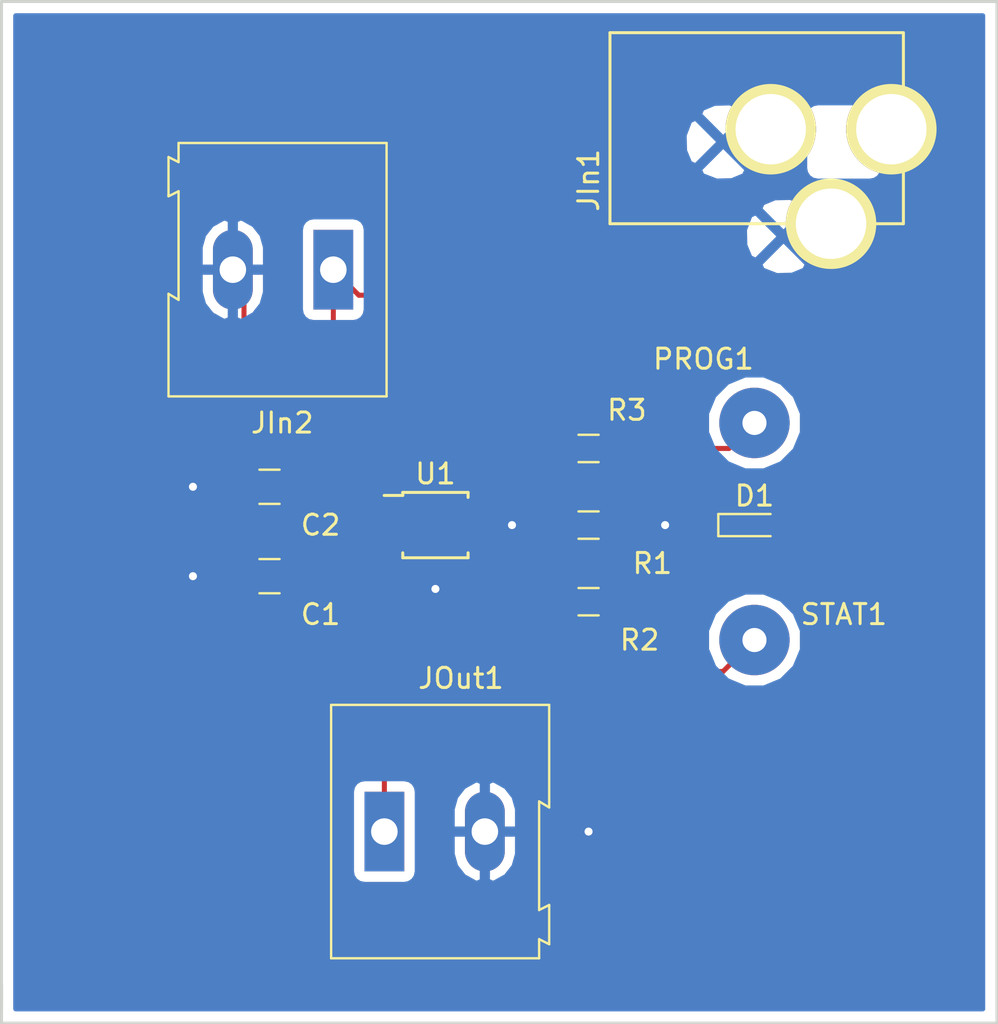
<source format=kicad_pcb>
(kicad_pcb (version 4) (host pcbnew 4.0.7)

  (general
    (links 26)
    (no_connects 0)
    (area 74.854999 76.759999 124.535001 127.710001)
    (thickness 1.6)
    (drawings 6)
    (tracks 62)
    (zones 0)
    (modules 12)
    (nets 9)
  )

  (page A4)
  (layers
    (0 F.Cu signal)
    (31 B.Cu signal hide)
    (32 B.Adhes user)
    (33 F.Adhes user)
    (34 B.Paste user)
    (35 F.Paste user)
    (36 B.SilkS user)
    (37 F.SilkS user)
    (38 B.Mask user)
    (39 F.Mask user)
    (40 Dwgs.User user)
    (41 Cmts.User user)
    (42 Eco1.User user)
    (43 Eco2.User user)
    (44 Edge.Cuts user)
    (45 Margin user)
    (46 B.CrtYd user)
    (47 F.CrtYd user)
    (48 B.Fab user)
    (49 F.Fab user)
  )

  (setup
    (last_trace_width 0.25)
    (trace_clearance 0.2)
    (zone_clearance 0.508)
    (zone_45_only no)
    (trace_min 0.25)
    (segment_width 0.2)
    (edge_width 0.15)
    (via_size 0.6)
    (via_drill 0.4)
    (via_min_size 0.4)
    (via_min_drill 0.3)
    (uvia_size 0.3)
    (uvia_drill 0.1)
    (uvias_allowed no)
    (uvia_min_size 0.2)
    (uvia_min_drill 0.1)
    (pcb_text_width 0.3)
    (pcb_text_size 1.5 1.5)
    (mod_edge_width 0.15)
    (mod_text_size 1 1)
    (mod_text_width 0.15)
    (pad_size 1.524 1.524)
    (pad_drill 0.762)
    (pad_to_mask_clearance 0.2)
    (aux_axis_origin 0 0)
    (visible_elements 7FFFFFFF)
    (pcbplotparams
      (layerselection 0x00030_80000001)
      (usegerberextensions false)
      (excludeedgelayer true)
      (linewidth 0.100000)
      (plotframeref false)
      (viasonmask false)
      (mode 1)
      (useauxorigin false)
      (hpglpennumber 1)
      (hpglpenspeed 20)
      (hpglpendiameter 15)
      (hpglpenoverlay 2)
      (psnegative false)
      (psa4output false)
      (plotreference true)
      (plotvalue true)
      (plotinvisibletext false)
      (padsonsilk false)
      (subtractmaskfromsilk false)
      (outputformat 1)
      (mirror false)
      (drillshape 1)
      (scaleselection 1)
      (outputdirectory ""))
  )

  (net 0 "")
  (net 1 "Net-(C1-Pad1)")
  (net 2 GND)
  (net 3 VDD)
  (net 4 "Net-(D1-Pad1)")
  (net 5 "Net-(R1-Pad1)")
  (net 6 "Net-(R2-Pad1)")
  (net 7 "Net-(U1-Pad5)")
  (net 8 "Net-(PROG1-Pad1)")

  (net_class Default "This is the default net class."
    (clearance 0.2)
    (trace_width 0.25)
    (via_dia 0.6)
    (via_drill 0.4)
    (uvia_dia 0.3)
    (uvia_drill 0.1)
    (add_net GND)
    (add_net "Net-(C1-Pad1)")
    (add_net "Net-(D1-Pad1)")
    (add_net "Net-(PROG1-Pad1)")
    (add_net "Net-(R1-Pad1)")
    (add_net "Net-(R2-Pad1)")
    (add_net "Net-(U1-Pad5)")
    (add_net VDD)
  )

  (module Capacitors_SMD:C_0805_HandSoldering (layer F.Cu) (tedit 5A8B9058) (tstamp 5A8B83FC)
    (at 88.265 105.41 180)
    (descr "Capacitor SMD 0805, hand soldering")
    (tags "capacitor 0805")
    (path /5A5FF66F)
    (attr smd)
    (fp_text reference C1 (at -2.54 -1.905 180) (layer F.SilkS)
      (effects (font (size 1 1) (thickness 0.15)))
    )
    (fp_text value 4.7u (at 0.635 -1.905 180) (layer F.Fab)
      (effects (font (size 1 1) (thickness 0.15)))
    )
    (fp_text user %R (at -2.54 -1.905 180) (layer F.Fab)
      (effects (font (size 1 1) (thickness 0.15)))
    )
    (fp_line (start -1 0.62) (end -1 -0.62) (layer F.Fab) (width 0.1))
    (fp_line (start 1 0.62) (end -1 0.62) (layer F.Fab) (width 0.1))
    (fp_line (start 1 -0.62) (end 1 0.62) (layer F.Fab) (width 0.1))
    (fp_line (start -1 -0.62) (end 1 -0.62) (layer F.Fab) (width 0.1))
    (fp_line (start 0.5 -0.85) (end -0.5 -0.85) (layer F.SilkS) (width 0.12))
    (fp_line (start -0.5 0.85) (end 0.5 0.85) (layer F.SilkS) (width 0.12))
    (fp_line (start -2.25 -0.88) (end 2.25 -0.88) (layer F.CrtYd) (width 0.05))
    (fp_line (start -2.25 -0.88) (end -2.25 0.87) (layer F.CrtYd) (width 0.05))
    (fp_line (start 2.25 0.87) (end 2.25 -0.88) (layer F.CrtYd) (width 0.05))
    (fp_line (start 2.25 0.87) (end -2.25 0.87) (layer F.CrtYd) (width 0.05))
    (pad 1 smd rect (at -1.25 0 180) (size 1.5 1.25) (layers F.Cu F.Paste F.Mask)
      (net 1 "Net-(C1-Pad1)"))
    (pad 2 smd rect (at 1.25 0 180) (size 1.5 1.25) (layers F.Cu F.Paste F.Mask)
      (net 2 GND))
    (model Capacitors_SMD.3dshapes/C_0805.wrl
      (at (xyz 0 0 0))
      (scale (xyz 1 1 1))
      (rotate (xyz 0 0 0))
    )
  )

  (module Capacitors_SMD:C_0805_HandSoldering (layer F.Cu) (tedit 5A8B9064) (tstamp 5A8B8402)
    (at 88.265 100.965 180)
    (descr "Capacitor SMD 0805, hand soldering")
    (tags "capacitor 0805")
    (path /5A5FF651)
    (attr smd)
    (fp_text reference C2 (at -2.54 -1.905 180) (layer F.SilkS)
      (effects (font (size 1 1) (thickness 0.15)))
    )
    (fp_text value 4.7u (at 0.635 -1.905 180) (layer F.Fab)
      (effects (font (size 1 1) (thickness 0.15)))
    )
    (fp_text user %R (at -2.54 -1.905 180) (layer F.Fab)
      (effects (font (size 1 1) (thickness 0.15)))
    )
    (fp_line (start -1 0.62) (end -1 -0.62) (layer F.Fab) (width 0.1))
    (fp_line (start 1 0.62) (end -1 0.62) (layer F.Fab) (width 0.1))
    (fp_line (start 1 -0.62) (end 1 0.62) (layer F.Fab) (width 0.1))
    (fp_line (start -1 -0.62) (end 1 -0.62) (layer F.Fab) (width 0.1))
    (fp_line (start 0.5 -0.85) (end -0.5 -0.85) (layer F.SilkS) (width 0.12))
    (fp_line (start -0.5 0.85) (end 0.5 0.85) (layer F.SilkS) (width 0.12))
    (fp_line (start -2.25 -0.88) (end 2.25 -0.88) (layer F.CrtYd) (width 0.05))
    (fp_line (start -2.25 -0.88) (end -2.25 0.87) (layer F.CrtYd) (width 0.05))
    (fp_line (start 2.25 0.87) (end 2.25 -0.88) (layer F.CrtYd) (width 0.05))
    (fp_line (start 2.25 0.87) (end -2.25 0.87) (layer F.CrtYd) (width 0.05))
    (pad 1 smd rect (at -1.25 0 180) (size 1.5 1.25) (layers F.Cu F.Paste F.Mask)
      (net 3 VDD))
    (pad 2 smd rect (at 1.25 0 180) (size 1.5 1.25) (layers F.Cu F.Paste F.Mask)
      (net 2 GND))
    (model Capacitors_SMD.3dshapes/C_0805.wrl
      (at (xyz 0 0 0))
      (scale (xyz 1 1 1))
      (rotate (xyz 0 0 0))
    )
  )

  (module LEDs:LED_0603_HandSoldering (layer F.Cu) (tedit 595FC9C0) (tstamp 5A8B8408)
    (at 112.395 102.87)
    (descr "LED SMD 0603, hand soldering")
    (tags "LED 0603")
    (path /5A5FFAC4)
    (attr smd)
    (fp_text reference D1 (at 0 -1.45) (layer F.SilkS)
      (effects (font (size 1 1) (thickness 0.15)))
    )
    (fp_text value LED (at 0 1.55) (layer F.Fab)
      (effects (font (size 1 1) (thickness 0.15)))
    )
    (fp_line (start -1.8 -0.55) (end -1.8 0.55) (layer F.SilkS) (width 0.12))
    (fp_line (start -0.2 -0.2) (end -0.2 0.2) (layer F.Fab) (width 0.1))
    (fp_line (start -0.15 0) (end 0.15 -0.2) (layer F.Fab) (width 0.1))
    (fp_line (start 0.15 0.2) (end -0.15 0) (layer F.Fab) (width 0.1))
    (fp_line (start 0.15 -0.2) (end 0.15 0.2) (layer F.Fab) (width 0.1))
    (fp_line (start 0.8 0.4) (end -0.8 0.4) (layer F.Fab) (width 0.1))
    (fp_line (start 0.8 -0.4) (end 0.8 0.4) (layer F.Fab) (width 0.1))
    (fp_line (start -0.8 -0.4) (end 0.8 -0.4) (layer F.Fab) (width 0.1))
    (fp_line (start -1.8 0.55) (end 0.8 0.55) (layer F.SilkS) (width 0.12))
    (fp_line (start -1.8 -0.55) (end 0.8 -0.55) (layer F.SilkS) (width 0.12))
    (fp_line (start -1.96 -0.7) (end 1.95 -0.7) (layer F.CrtYd) (width 0.05))
    (fp_line (start -1.96 -0.7) (end -1.96 0.7) (layer F.CrtYd) (width 0.05))
    (fp_line (start 1.95 0.7) (end 1.95 -0.7) (layer F.CrtYd) (width 0.05))
    (fp_line (start 1.95 0.7) (end -1.96 0.7) (layer F.CrtYd) (width 0.05))
    (fp_line (start -0.8 -0.4) (end -0.8 0.4) (layer F.Fab) (width 0.1))
    (pad 1 smd rect (at -1.1 0) (size 1.2 0.9) (layers F.Cu F.Paste F.Mask)
      (net 4 "Net-(D1-Pad1)"))
    (pad 2 smd rect (at 1.1 0) (size 1.2 0.9) (layers F.Cu F.Paste F.Mask)
      (net 3 VDD))
    (model ${KISYS3DMOD}/LEDs.3dshapes/LED_0603.wrl
      (at (xyz 0 0 0))
      (scale (xyz 1 1 1))
      (rotate (xyz 0 0 180))
    )
  )

  (module Connectors_Terminal_Blocks:TerminalBlock_Altech_AK300-2_P5.00mm (layer F.Cu) (tedit 5A8B909B) (tstamp 5A8B8415)
    (at 91.44 90.17 180)
    (descr "Altech AK300 terminal block, pitch 5.0mm, 45 degree angled, see http://www.mouser.com/ds/2/16/PCBMETRC-24178.pdf")
    (tags "Altech AK300 terminal block pitch 5.0mm")
    (path /5A8B7334)
    (fp_text reference JIn2 (at 2.54 -7.62 180) (layer F.SilkS)
      (effects (font (size 1 1) (thickness 0.15)))
    )
    (fp_text value "Input Terms." (at 2.78 7.75 180) (layer F.Fab)
      (effects (font (size 1 1) (thickness 0.15)))
    )
    (fp_text user %R (at 2.54 -7.62 180) (layer F.Fab)
      (effects (font (size 1 1) (thickness 0.15)))
    )
    (fp_line (start -2.65 -6.3) (end -2.65 6.3) (layer F.SilkS) (width 0.12))
    (fp_line (start -2.65 6.3) (end 7.7 6.3) (layer F.SilkS) (width 0.12))
    (fp_line (start 7.7 6.3) (end 7.7 5.35) (layer F.SilkS) (width 0.12))
    (fp_line (start 7.7 5.35) (end 8.2 5.6) (layer F.SilkS) (width 0.12))
    (fp_line (start 8.2 5.6) (end 8.2 3.7) (layer F.SilkS) (width 0.12))
    (fp_line (start 8.2 3.7) (end 8.2 3.65) (layer F.SilkS) (width 0.12))
    (fp_line (start 8.2 3.65) (end 7.7 3.9) (layer F.SilkS) (width 0.12))
    (fp_line (start 7.7 3.9) (end 7.7 -1.5) (layer F.SilkS) (width 0.12))
    (fp_line (start 7.7 -1.5) (end 8.2 -1.2) (layer F.SilkS) (width 0.12))
    (fp_line (start 8.2 -1.2) (end 8.2 -6.3) (layer F.SilkS) (width 0.12))
    (fp_line (start 8.2 -6.3) (end -2.65 -6.3) (layer F.SilkS) (width 0.12))
    (fp_line (start -1.26 2.54) (end 1.28 2.54) (layer F.Fab) (width 0.1))
    (fp_line (start 1.28 2.54) (end 1.28 -0.25) (layer F.Fab) (width 0.1))
    (fp_line (start -1.26 -0.25) (end 1.28 -0.25) (layer F.Fab) (width 0.1))
    (fp_line (start -1.26 2.54) (end -1.26 -0.25) (layer F.Fab) (width 0.1))
    (fp_line (start 3.74 2.54) (end 6.28 2.54) (layer F.Fab) (width 0.1))
    (fp_line (start 6.28 2.54) (end 6.28 -0.25) (layer F.Fab) (width 0.1))
    (fp_line (start 3.74 -0.25) (end 6.28 -0.25) (layer F.Fab) (width 0.1))
    (fp_line (start 3.74 2.54) (end 3.74 -0.25) (layer F.Fab) (width 0.1))
    (fp_line (start 7.61 -6.22) (end 7.61 -3.17) (layer F.Fab) (width 0.1))
    (fp_line (start 7.61 -6.22) (end -2.58 -6.22) (layer F.Fab) (width 0.1))
    (fp_line (start 7.61 -6.22) (end 8.11 -6.22) (layer F.Fab) (width 0.1))
    (fp_line (start 8.11 -6.22) (end 8.11 -1.4) (layer F.Fab) (width 0.1))
    (fp_line (start 8.11 -1.4) (end 7.61 -1.65) (layer F.Fab) (width 0.1))
    (fp_line (start 8.11 5.46) (end 7.61 5.21) (layer F.Fab) (width 0.1))
    (fp_line (start 7.61 5.21) (end 7.61 6.22) (layer F.Fab) (width 0.1))
    (fp_line (start 8.11 3.81) (end 7.61 4.06) (layer F.Fab) (width 0.1))
    (fp_line (start 7.61 4.06) (end 7.61 5.21) (layer F.Fab) (width 0.1))
    (fp_line (start 8.11 3.81) (end 8.11 5.46) (layer F.Fab) (width 0.1))
    (fp_line (start 2.98 6.22) (end 2.98 4.32) (layer F.Fab) (width 0.1))
    (fp_line (start 7.05 -0.25) (end 7.05 4.32) (layer F.Fab) (width 0.1))
    (fp_line (start 2.98 6.22) (end 7.05 6.22) (layer F.Fab) (width 0.1))
    (fp_line (start 7.05 6.22) (end 7.61 6.22) (layer F.Fab) (width 0.1))
    (fp_line (start 2.04 6.22) (end 2.04 4.32) (layer F.Fab) (width 0.1))
    (fp_line (start 2.04 6.22) (end 2.98 6.22) (layer F.Fab) (width 0.1))
    (fp_line (start -2.02 -0.25) (end -2.02 4.32) (layer F.Fab) (width 0.1))
    (fp_line (start -2.58 6.22) (end -2.02 6.22) (layer F.Fab) (width 0.1))
    (fp_line (start -2.02 6.22) (end 2.04 6.22) (layer F.Fab) (width 0.1))
    (fp_line (start 2.98 4.32) (end 7.05 4.32) (layer F.Fab) (width 0.1))
    (fp_line (start 2.98 4.32) (end 2.98 -0.25) (layer F.Fab) (width 0.1))
    (fp_line (start 7.05 4.32) (end 7.05 6.22) (layer F.Fab) (width 0.1))
    (fp_line (start 2.04 4.32) (end -2.02 4.32) (layer F.Fab) (width 0.1))
    (fp_line (start 2.04 4.32) (end 2.04 -0.25) (layer F.Fab) (width 0.1))
    (fp_line (start -2.02 4.32) (end -2.02 6.22) (layer F.Fab) (width 0.1))
    (fp_line (start 6.67 3.68) (end 6.67 0.51) (layer F.Fab) (width 0.1))
    (fp_line (start 6.67 3.68) (end 3.36 3.68) (layer F.Fab) (width 0.1))
    (fp_line (start 3.36 3.68) (end 3.36 0.51) (layer F.Fab) (width 0.1))
    (fp_line (start 1.66 3.68) (end 1.66 0.51) (layer F.Fab) (width 0.1))
    (fp_line (start 1.66 3.68) (end -1.64 3.68) (layer F.Fab) (width 0.1))
    (fp_line (start -1.64 3.68) (end -1.64 0.51) (layer F.Fab) (width 0.1))
    (fp_line (start -1.64 0.51) (end -1.26 0.51) (layer F.Fab) (width 0.1))
    (fp_line (start 1.66 0.51) (end 1.28 0.51) (layer F.Fab) (width 0.1))
    (fp_line (start 3.36 0.51) (end 3.74 0.51) (layer F.Fab) (width 0.1))
    (fp_line (start 6.67 0.51) (end 6.28 0.51) (layer F.Fab) (width 0.1))
    (fp_line (start -2.58 6.22) (end -2.58 -0.64) (layer F.Fab) (width 0.1))
    (fp_line (start -2.58 -0.64) (end -2.58 -3.17) (layer F.Fab) (width 0.1))
    (fp_line (start 7.61 -1.65) (end 7.61 -0.64) (layer F.Fab) (width 0.1))
    (fp_line (start 7.61 -0.64) (end 7.61 4.06) (layer F.Fab) (width 0.1))
    (fp_line (start -2.58 -3.17) (end 7.61 -3.17) (layer F.Fab) (width 0.1))
    (fp_line (start -2.58 -3.17) (end -2.58 -6.22) (layer F.Fab) (width 0.1))
    (fp_line (start 7.61 -3.17) (end 7.61 -1.65) (layer F.Fab) (width 0.1))
    (fp_line (start 2.98 -3.43) (end 2.98 -5.97) (layer F.Fab) (width 0.1))
    (fp_line (start 2.98 -5.97) (end 7.05 -5.97) (layer F.Fab) (width 0.1))
    (fp_line (start 7.05 -5.97) (end 7.05 -3.43) (layer F.Fab) (width 0.1))
    (fp_line (start 7.05 -3.43) (end 2.98 -3.43) (layer F.Fab) (width 0.1))
    (fp_line (start 2.04 -3.43) (end 2.04 -5.97) (layer F.Fab) (width 0.1))
    (fp_line (start 2.04 -3.43) (end -2.02 -3.43) (layer F.Fab) (width 0.1))
    (fp_line (start -2.02 -3.43) (end -2.02 -5.97) (layer F.Fab) (width 0.1))
    (fp_line (start 2.04 -5.97) (end -2.02 -5.97) (layer F.Fab) (width 0.1))
    (fp_line (start 3.39 -4.45) (end 6.44 -5.08) (layer F.Fab) (width 0.1))
    (fp_line (start 3.52 -4.32) (end 6.56 -4.95) (layer F.Fab) (width 0.1))
    (fp_line (start -1.62 -4.45) (end 1.44 -5.08) (layer F.Fab) (width 0.1))
    (fp_line (start -1.49 -4.32) (end 1.56 -4.95) (layer F.Fab) (width 0.1))
    (fp_line (start -2.02 -0.25) (end -1.64 -0.25) (layer F.Fab) (width 0.1))
    (fp_line (start 2.04 -0.25) (end 1.66 -0.25) (layer F.Fab) (width 0.1))
    (fp_line (start 1.66 -0.25) (end -1.64 -0.25) (layer F.Fab) (width 0.1))
    (fp_line (start -2.58 -0.64) (end -1.64 -0.64) (layer F.Fab) (width 0.1))
    (fp_line (start -1.64 -0.64) (end 1.66 -0.64) (layer F.Fab) (width 0.1))
    (fp_line (start 1.66 -0.64) (end 3.36 -0.64) (layer F.Fab) (width 0.1))
    (fp_line (start 7.61 -0.64) (end 6.67 -0.64) (layer F.Fab) (width 0.1))
    (fp_line (start 6.67 -0.64) (end 3.36 -0.64) (layer F.Fab) (width 0.1))
    (fp_line (start 7.05 -0.25) (end 6.67 -0.25) (layer F.Fab) (width 0.1))
    (fp_line (start 2.98 -0.25) (end 3.36 -0.25) (layer F.Fab) (width 0.1))
    (fp_line (start 3.36 -0.25) (end 6.67 -0.25) (layer F.Fab) (width 0.1))
    (fp_line (start -2.83 -6.47) (end 8.36 -6.47) (layer F.CrtYd) (width 0.05))
    (fp_line (start -2.83 -6.47) (end -2.83 6.47) (layer F.CrtYd) (width 0.05))
    (fp_line (start 8.36 6.47) (end 8.36 -6.47) (layer F.CrtYd) (width 0.05))
    (fp_line (start 8.36 6.47) (end -2.83 6.47) (layer F.CrtYd) (width 0.05))
    (fp_arc (start 6.03 -4.59) (end 6.54 -5.05) (angle 90.5) (layer F.Fab) (width 0.1))
    (fp_arc (start 5.07 -6.07) (end 6.53 -4.12) (angle 75.5) (layer F.Fab) (width 0.1))
    (fp_arc (start 4.99 -3.71) (end 3.39 -5) (angle 100) (layer F.Fab) (width 0.1))
    (fp_arc (start 3.87 -4.65) (end 3.58 -4.13) (angle 104.2) (layer F.Fab) (width 0.1))
    (fp_arc (start 1.03 -4.59) (end 1.53 -5.05) (angle 90.5) (layer F.Fab) (width 0.1))
    (fp_arc (start 0.06 -6.07) (end 1.53 -4.12) (angle 75.5) (layer F.Fab) (width 0.1))
    (fp_arc (start -0.01 -3.71) (end -1.62 -5) (angle 100) (layer F.Fab) (width 0.1))
    (fp_arc (start -1.13 -4.65) (end -1.42 -4.13) (angle 104.2) (layer F.Fab) (width 0.1))
    (pad 1 thru_hole rect (at 0 0 180) (size 1.98 3.96) (drill 1.32) (layers *.Cu *.Mask)
      (net 3 VDD))
    (pad 2 thru_hole oval (at 5 0 180) (size 1.98 3.96) (drill 1.32) (layers *.Cu *.Mask)
      (net 2 GND))
    (model ${KISYS3DMOD}/Terminal_Blocks.3dshapes/TerminalBlock_Altech_AK300-2_P5.00mm.wrl
      (at (xyz 0 0 0))
      (scale (xyz 1 1 1))
      (rotate (xyz 0 0 0))
    )
  )

  (module Connectors_Terminal_Blocks:TerminalBlock_Altech_AK300-2_P5.00mm (layer F.Cu) (tedit 5A8B907A) (tstamp 5A8B841B)
    (at 93.98 118.11)
    (descr "Altech AK300 terminal block, pitch 5.0mm, 45 degree angled, see http://www.mouser.com/ds/2/16/PCBMETRC-24178.pdf")
    (tags "Altech AK300 terminal block pitch 5.0mm")
    (path /5A8B62D4)
    (fp_text reference JOut1 (at 3.81 -7.62) (layer F.SilkS)
      (effects (font (size 1 1) (thickness 0.15)))
    )
    (fp_text value Bat.Terms. (at 2.78 7.75) (layer F.Fab)
      (effects (font (size 1 1) (thickness 0.15)))
    )
    (fp_text user %R (at 3.81 -7.62) (layer F.Fab)
      (effects (font (size 1 1) (thickness 0.15)))
    )
    (fp_line (start -2.65 -6.3) (end -2.65 6.3) (layer F.SilkS) (width 0.12))
    (fp_line (start -2.65 6.3) (end 7.7 6.3) (layer F.SilkS) (width 0.12))
    (fp_line (start 7.7 6.3) (end 7.7 5.35) (layer F.SilkS) (width 0.12))
    (fp_line (start 7.7 5.35) (end 8.2 5.6) (layer F.SilkS) (width 0.12))
    (fp_line (start 8.2 5.6) (end 8.2 3.7) (layer F.SilkS) (width 0.12))
    (fp_line (start 8.2 3.7) (end 8.2 3.65) (layer F.SilkS) (width 0.12))
    (fp_line (start 8.2 3.65) (end 7.7 3.9) (layer F.SilkS) (width 0.12))
    (fp_line (start 7.7 3.9) (end 7.7 -1.5) (layer F.SilkS) (width 0.12))
    (fp_line (start 7.7 -1.5) (end 8.2 -1.2) (layer F.SilkS) (width 0.12))
    (fp_line (start 8.2 -1.2) (end 8.2 -6.3) (layer F.SilkS) (width 0.12))
    (fp_line (start 8.2 -6.3) (end -2.65 -6.3) (layer F.SilkS) (width 0.12))
    (fp_line (start -1.26 2.54) (end 1.28 2.54) (layer F.Fab) (width 0.1))
    (fp_line (start 1.28 2.54) (end 1.28 -0.25) (layer F.Fab) (width 0.1))
    (fp_line (start -1.26 -0.25) (end 1.28 -0.25) (layer F.Fab) (width 0.1))
    (fp_line (start -1.26 2.54) (end -1.26 -0.25) (layer F.Fab) (width 0.1))
    (fp_line (start 3.74 2.54) (end 6.28 2.54) (layer F.Fab) (width 0.1))
    (fp_line (start 6.28 2.54) (end 6.28 -0.25) (layer F.Fab) (width 0.1))
    (fp_line (start 3.74 -0.25) (end 6.28 -0.25) (layer F.Fab) (width 0.1))
    (fp_line (start 3.74 2.54) (end 3.74 -0.25) (layer F.Fab) (width 0.1))
    (fp_line (start 7.61 -6.22) (end 7.61 -3.17) (layer F.Fab) (width 0.1))
    (fp_line (start 7.61 -6.22) (end -2.58 -6.22) (layer F.Fab) (width 0.1))
    (fp_line (start 7.61 -6.22) (end 8.11 -6.22) (layer F.Fab) (width 0.1))
    (fp_line (start 8.11 -6.22) (end 8.11 -1.4) (layer F.Fab) (width 0.1))
    (fp_line (start 8.11 -1.4) (end 7.61 -1.65) (layer F.Fab) (width 0.1))
    (fp_line (start 8.11 5.46) (end 7.61 5.21) (layer F.Fab) (width 0.1))
    (fp_line (start 7.61 5.21) (end 7.61 6.22) (layer F.Fab) (width 0.1))
    (fp_line (start 8.11 3.81) (end 7.61 4.06) (layer F.Fab) (width 0.1))
    (fp_line (start 7.61 4.06) (end 7.61 5.21) (layer F.Fab) (width 0.1))
    (fp_line (start 8.11 3.81) (end 8.11 5.46) (layer F.Fab) (width 0.1))
    (fp_line (start 2.98 6.22) (end 2.98 4.32) (layer F.Fab) (width 0.1))
    (fp_line (start 7.05 -0.25) (end 7.05 4.32) (layer F.Fab) (width 0.1))
    (fp_line (start 2.98 6.22) (end 7.05 6.22) (layer F.Fab) (width 0.1))
    (fp_line (start 7.05 6.22) (end 7.61 6.22) (layer F.Fab) (width 0.1))
    (fp_line (start 2.04 6.22) (end 2.04 4.32) (layer F.Fab) (width 0.1))
    (fp_line (start 2.04 6.22) (end 2.98 6.22) (layer F.Fab) (width 0.1))
    (fp_line (start -2.02 -0.25) (end -2.02 4.32) (layer F.Fab) (width 0.1))
    (fp_line (start -2.58 6.22) (end -2.02 6.22) (layer F.Fab) (width 0.1))
    (fp_line (start -2.02 6.22) (end 2.04 6.22) (layer F.Fab) (width 0.1))
    (fp_line (start 2.98 4.32) (end 7.05 4.32) (layer F.Fab) (width 0.1))
    (fp_line (start 2.98 4.32) (end 2.98 -0.25) (layer F.Fab) (width 0.1))
    (fp_line (start 7.05 4.32) (end 7.05 6.22) (layer F.Fab) (width 0.1))
    (fp_line (start 2.04 4.32) (end -2.02 4.32) (layer F.Fab) (width 0.1))
    (fp_line (start 2.04 4.32) (end 2.04 -0.25) (layer F.Fab) (width 0.1))
    (fp_line (start -2.02 4.32) (end -2.02 6.22) (layer F.Fab) (width 0.1))
    (fp_line (start 6.67 3.68) (end 6.67 0.51) (layer F.Fab) (width 0.1))
    (fp_line (start 6.67 3.68) (end 3.36 3.68) (layer F.Fab) (width 0.1))
    (fp_line (start 3.36 3.68) (end 3.36 0.51) (layer F.Fab) (width 0.1))
    (fp_line (start 1.66 3.68) (end 1.66 0.51) (layer F.Fab) (width 0.1))
    (fp_line (start 1.66 3.68) (end -1.64 3.68) (layer F.Fab) (width 0.1))
    (fp_line (start -1.64 3.68) (end -1.64 0.51) (layer F.Fab) (width 0.1))
    (fp_line (start -1.64 0.51) (end -1.26 0.51) (layer F.Fab) (width 0.1))
    (fp_line (start 1.66 0.51) (end 1.28 0.51) (layer F.Fab) (width 0.1))
    (fp_line (start 3.36 0.51) (end 3.74 0.51) (layer F.Fab) (width 0.1))
    (fp_line (start 6.67 0.51) (end 6.28 0.51) (layer F.Fab) (width 0.1))
    (fp_line (start -2.58 6.22) (end -2.58 -0.64) (layer F.Fab) (width 0.1))
    (fp_line (start -2.58 -0.64) (end -2.58 -3.17) (layer F.Fab) (width 0.1))
    (fp_line (start 7.61 -1.65) (end 7.61 -0.64) (layer F.Fab) (width 0.1))
    (fp_line (start 7.61 -0.64) (end 7.61 4.06) (layer F.Fab) (width 0.1))
    (fp_line (start -2.58 -3.17) (end 7.61 -3.17) (layer F.Fab) (width 0.1))
    (fp_line (start -2.58 -3.17) (end -2.58 -6.22) (layer F.Fab) (width 0.1))
    (fp_line (start 7.61 -3.17) (end 7.61 -1.65) (layer F.Fab) (width 0.1))
    (fp_line (start 2.98 -3.43) (end 2.98 -5.97) (layer F.Fab) (width 0.1))
    (fp_line (start 2.98 -5.97) (end 7.05 -5.97) (layer F.Fab) (width 0.1))
    (fp_line (start 7.05 -5.97) (end 7.05 -3.43) (layer F.Fab) (width 0.1))
    (fp_line (start 7.05 -3.43) (end 2.98 -3.43) (layer F.Fab) (width 0.1))
    (fp_line (start 2.04 -3.43) (end 2.04 -5.97) (layer F.Fab) (width 0.1))
    (fp_line (start 2.04 -3.43) (end -2.02 -3.43) (layer F.Fab) (width 0.1))
    (fp_line (start -2.02 -3.43) (end -2.02 -5.97) (layer F.Fab) (width 0.1))
    (fp_line (start 2.04 -5.97) (end -2.02 -5.97) (layer F.Fab) (width 0.1))
    (fp_line (start 3.39 -4.45) (end 6.44 -5.08) (layer F.Fab) (width 0.1))
    (fp_line (start 3.52 -4.32) (end 6.56 -4.95) (layer F.Fab) (width 0.1))
    (fp_line (start -1.62 -4.45) (end 1.44 -5.08) (layer F.Fab) (width 0.1))
    (fp_line (start -1.49 -4.32) (end 1.56 -4.95) (layer F.Fab) (width 0.1))
    (fp_line (start -2.02 -0.25) (end -1.64 -0.25) (layer F.Fab) (width 0.1))
    (fp_line (start 2.04 -0.25) (end 1.66 -0.25) (layer F.Fab) (width 0.1))
    (fp_line (start 1.66 -0.25) (end -1.64 -0.25) (layer F.Fab) (width 0.1))
    (fp_line (start -2.58 -0.64) (end -1.64 -0.64) (layer F.Fab) (width 0.1))
    (fp_line (start -1.64 -0.64) (end 1.66 -0.64) (layer F.Fab) (width 0.1))
    (fp_line (start 1.66 -0.64) (end 3.36 -0.64) (layer F.Fab) (width 0.1))
    (fp_line (start 7.61 -0.64) (end 6.67 -0.64) (layer F.Fab) (width 0.1))
    (fp_line (start 6.67 -0.64) (end 3.36 -0.64) (layer F.Fab) (width 0.1))
    (fp_line (start 7.05 -0.25) (end 6.67 -0.25) (layer F.Fab) (width 0.1))
    (fp_line (start 2.98 -0.25) (end 3.36 -0.25) (layer F.Fab) (width 0.1))
    (fp_line (start 3.36 -0.25) (end 6.67 -0.25) (layer F.Fab) (width 0.1))
    (fp_line (start -2.83 -6.47) (end 8.36 -6.47) (layer F.CrtYd) (width 0.05))
    (fp_line (start -2.83 -6.47) (end -2.83 6.47) (layer F.CrtYd) (width 0.05))
    (fp_line (start 8.36 6.47) (end 8.36 -6.47) (layer F.CrtYd) (width 0.05))
    (fp_line (start 8.36 6.47) (end -2.83 6.47) (layer F.CrtYd) (width 0.05))
    (fp_arc (start 6.03 -4.59) (end 6.54 -5.05) (angle 90.5) (layer F.Fab) (width 0.1))
    (fp_arc (start 5.07 -6.07) (end 6.53 -4.12) (angle 75.5) (layer F.Fab) (width 0.1))
    (fp_arc (start 4.99 -3.71) (end 3.39 -5) (angle 100) (layer F.Fab) (width 0.1))
    (fp_arc (start 3.87 -4.65) (end 3.58 -4.13) (angle 104.2) (layer F.Fab) (width 0.1))
    (fp_arc (start 1.03 -4.59) (end 1.53 -5.05) (angle 90.5) (layer F.Fab) (width 0.1))
    (fp_arc (start 0.06 -6.07) (end 1.53 -4.12) (angle 75.5) (layer F.Fab) (width 0.1))
    (fp_arc (start -0.01 -3.71) (end -1.62 -5) (angle 100) (layer F.Fab) (width 0.1))
    (fp_arc (start -1.13 -4.65) (end -1.42 -4.13) (angle 104.2) (layer F.Fab) (width 0.1))
    (pad 1 thru_hole rect (at 0 0) (size 1.98 3.96) (drill 1.32) (layers *.Cu *.Mask)
      (net 1 "Net-(C1-Pad1)"))
    (pad 2 thru_hole oval (at 5 0) (size 1.98 3.96) (drill 1.32) (layers *.Cu *.Mask)
      (net 2 GND))
    (model ${KISYS3DMOD}/Terminal_Blocks.3dshapes/TerminalBlock_Altech_AK300-2_P5.00mm.wrl
      (at (xyz 0 0 0))
      (scale (xyz 1 1 1))
      (rotate (xyz 0 0 0))
    )
  )

  (module Wire_Pads:SolderWirePad_single_1-2mmDrill (layer F.Cu) (tedit 5A8B90C3) (tstamp 5A8B8420)
    (at 112.395 97.79)
    (path /5A8B2B04)
    (fp_text reference PROG1 (at -2.54 -3.175) (layer F.SilkS)
      (effects (font (size 1 1) (thickness 0.15)))
    )
    (fp_text value TP5 (at 1.905 -3.175) (layer F.Fab)
      (effects (font (size 1 1) (thickness 0.15)))
    )
    (pad 1 thru_hole circle (at 0 0) (size 3.50012 3.50012) (drill 1.19888) (layers *.Cu *.Mask)
      (net 8 "Net-(PROG1-Pad1)"))
  )

  (module Resistors_SMD:R_0603_HandSoldering (layer F.Cu) (tedit 5A8B90D5) (tstamp 5A8B8426)
    (at 104.14 102.87)
    (descr "Resistor SMD 0603, hand soldering")
    (tags "resistor 0603")
    (path /5A5FF7C7)
    (attr smd)
    (fp_text reference R1 (at 3.175 1.905) (layer F.SilkS)
      (effects (font (size 1 1) (thickness 0.15)))
    )
    (fp_text value 2.37K (at 0 1.905) (layer F.Fab)
      (effects (font (size 1 1) (thickness 0.15)))
    )
    (fp_text user %R (at 0 0) (layer F.Fab)
      (effects (font (size 0.4 0.4) (thickness 0.075)))
    )
    (fp_line (start -0.8 0.4) (end -0.8 -0.4) (layer F.Fab) (width 0.1))
    (fp_line (start 0.8 0.4) (end -0.8 0.4) (layer F.Fab) (width 0.1))
    (fp_line (start 0.8 -0.4) (end 0.8 0.4) (layer F.Fab) (width 0.1))
    (fp_line (start -0.8 -0.4) (end 0.8 -0.4) (layer F.Fab) (width 0.1))
    (fp_line (start 0.5 0.68) (end -0.5 0.68) (layer F.SilkS) (width 0.12))
    (fp_line (start -0.5 -0.68) (end 0.5 -0.68) (layer F.SilkS) (width 0.12))
    (fp_line (start -1.96 -0.7) (end 1.95 -0.7) (layer F.CrtYd) (width 0.05))
    (fp_line (start -1.96 -0.7) (end -1.96 0.7) (layer F.CrtYd) (width 0.05))
    (fp_line (start 1.95 0.7) (end 1.95 -0.7) (layer F.CrtYd) (width 0.05))
    (fp_line (start 1.95 0.7) (end -1.96 0.7) (layer F.CrtYd) (width 0.05))
    (pad 1 smd rect (at -1.1 0) (size 1.2 0.9) (layers F.Cu F.Paste F.Mask)
      (net 5 "Net-(R1-Pad1)"))
    (pad 2 smd rect (at 1.1 0) (size 1.2 0.9) (layers F.Cu F.Paste F.Mask)
      (net 2 GND))
    (model ${KISYS3DMOD}/Resistors_SMD.3dshapes/R_0603.wrl
      (at (xyz 0 0 0))
      (scale (xyz 1 1 1))
      (rotate (xyz 0 0 0))
    )
  )

  (module Resistors_SMD:R_0603_HandSoldering (layer F.Cu) (tedit 5A8B90DE) (tstamp 5A8B842C)
    (at 104.14 106.68)
    (descr "Resistor SMD 0603, hand soldering")
    (tags "resistor 0603")
    (path /5A5FF7F7)
    (attr smd)
    (fp_text reference R2 (at 2.54 1.905) (layer F.SilkS)
      (effects (font (size 1 1) (thickness 0.15)))
    )
    (fp_text value 1K (at 0.635 1.905) (layer F.Fab)
      (effects (font (size 1 1) (thickness 0.15)))
    )
    (fp_text user %R (at 0 0) (layer F.Fab)
      (effects (font (size 0.4 0.4) (thickness 0.075)))
    )
    (fp_line (start -0.8 0.4) (end -0.8 -0.4) (layer F.Fab) (width 0.1))
    (fp_line (start 0.8 0.4) (end -0.8 0.4) (layer F.Fab) (width 0.1))
    (fp_line (start 0.8 -0.4) (end 0.8 0.4) (layer F.Fab) (width 0.1))
    (fp_line (start -0.8 -0.4) (end 0.8 -0.4) (layer F.Fab) (width 0.1))
    (fp_line (start 0.5 0.68) (end -0.5 0.68) (layer F.SilkS) (width 0.12))
    (fp_line (start -0.5 -0.68) (end 0.5 -0.68) (layer F.SilkS) (width 0.12))
    (fp_line (start -1.96 -0.7) (end 1.95 -0.7) (layer F.CrtYd) (width 0.05))
    (fp_line (start -1.96 -0.7) (end -1.96 0.7) (layer F.CrtYd) (width 0.05))
    (fp_line (start 1.95 0.7) (end 1.95 -0.7) (layer F.CrtYd) (width 0.05))
    (fp_line (start 1.95 0.7) (end -1.96 0.7) (layer F.CrtYd) (width 0.05))
    (pad 1 smd rect (at -1.1 0) (size 1.2 0.9) (layers F.Cu F.Paste F.Mask)
      (net 6 "Net-(R2-Pad1)"))
    (pad 2 smd rect (at 1.1 0) (size 1.2 0.9) (layers F.Cu F.Paste F.Mask)
      (net 4 "Net-(D1-Pad1)"))
    (model ${KISYS3DMOD}/Resistors_SMD.3dshapes/R_0603.wrl
      (at (xyz 0 0 0))
      (scale (xyz 1 1 1))
      (rotate (xyz 0 0 0))
    )
  )

  (module Resistors_SMD:R_0603_HandSoldering (layer F.Cu) (tedit 5A8B9039) (tstamp 5A8B8432)
    (at 104.14 99.06)
    (descr "Resistor SMD 0603, hand soldering")
    (tags "resistor 0603")
    (path /5A5FF76B)
    (attr smd)
    (fp_text reference R3 (at 1.905 -1.905) (layer F.SilkS)
      (effects (font (size 1 1) (thickness 0.15)))
    )
    (fp_text value 2.37K (at -1.27 -1.905) (layer F.Fab)
      (effects (font (size 1 1) (thickness 0.15)))
    )
    (fp_text user %R (at 0 0) (layer F.Fab)
      (effects (font (size 0.4 0.4) (thickness 0.075)))
    )
    (fp_line (start -0.8 0.4) (end -0.8 -0.4) (layer F.Fab) (width 0.1))
    (fp_line (start 0.8 0.4) (end -0.8 0.4) (layer F.Fab) (width 0.1))
    (fp_line (start 0.8 -0.4) (end 0.8 0.4) (layer F.Fab) (width 0.1))
    (fp_line (start -0.8 -0.4) (end 0.8 -0.4) (layer F.Fab) (width 0.1))
    (fp_line (start 0.5 0.68) (end -0.5 0.68) (layer F.SilkS) (width 0.12))
    (fp_line (start -0.5 -0.68) (end 0.5 -0.68) (layer F.SilkS) (width 0.12))
    (fp_line (start -1.96 -0.7) (end 1.95 -0.7) (layer F.CrtYd) (width 0.05))
    (fp_line (start -1.96 -0.7) (end -1.96 0.7) (layer F.CrtYd) (width 0.05))
    (fp_line (start 1.95 0.7) (end 1.95 -0.7) (layer F.CrtYd) (width 0.05))
    (fp_line (start 1.95 0.7) (end -1.96 0.7) (layer F.CrtYd) (width 0.05))
    (pad 1 smd rect (at -1.1 0) (size 1.2 0.9) (layers F.Cu F.Paste F.Mask)
      (net 5 "Net-(R1-Pad1)"))
    (pad 2 smd rect (at 1.1 0) (size 1.2 0.9) (layers F.Cu F.Paste F.Mask)
      (net 8 "Net-(PROG1-Pad1)"))
    (model ${KISYS3DMOD}/Resistors_SMD.3dshapes/R_0603.wrl
      (at (xyz 0 0 0))
      (scale (xyz 1 1 1))
      (rotate (xyz 0 0 0))
    )
  )

  (module Wire_Pads:SolderWirePad_single_1-2mmDrill (layer F.Cu) (tedit 5A8B8FF8) (tstamp 5A8B8437)
    (at 112.395 108.585)
    (path /5A8B29C3)
    (fp_text reference STAT1 (at 4.445 -1.27) (layer F.SilkS)
      (effects (font (size 1 1) (thickness 0.15)))
    )
    (fp_text value TP6 (at 3.81 1.27) (layer F.Fab)
      (effects (font (size 1 1) (thickness 0.15)))
    )
    (pad 1 thru_hole circle (at 0 0) (size 3.50012 3.50012) (drill 1.19888) (layers *.Cu *.Mask)
      (net 6 "Net-(R2-Pad1)"))
  )

  (module Housings_SSOP:MSOP-10-1EP_3x3mm_Pitch0.5mm (layer F.Cu) (tedit 57AFAE31) (tstamp 5A8B8449)
    (at 96.52 102.87)
    (descr "MSE Package; 10-Lead Plastic MSOP, Exposed Die Pad (see Linear Technology 05081664_I_MSE.pdf)")
    (tags "SSOP 0.5")
    (path /5A5A5AF9)
    (attr smd)
    (fp_text reference U1 (at 0 -2.55) (layer F.SilkS)
      (effects (font (size 1 1) (thickness 0.15)))
    )
    (fp_text value MCP73213 (at 0 2.55) (layer F.Fab)
      (effects (font (size 1 1) (thickness 0.15)))
    )
    (fp_line (start -0.5 -1.5) (end 1.5 -1.5) (layer F.Fab) (width 0.15))
    (fp_line (start 1.5 -1.5) (end 1.5 1.5) (layer F.Fab) (width 0.15))
    (fp_line (start 1.5 1.5) (end -1.5 1.5) (layer F.Fab) (width 0.15))
    (fp_line (start -1.5 1.5) (end -1.5 -0.5) (layer F.Fab) (width 0.15))
    (fp_line (start -1.5 -0.5) (end -0.5 -1.5) (layer F.Fab) (width 0.15))
    (fp_line (start -2.8 -1.8) (end -2.8 1.8) (layer F.CrtYd) (width 0.05))
    (fp_line (start 2.8 -1.8) (end 2.8 1.8) (layer F.CrtYd) (width 0.05))
    (fp_line (start -2.8 -1.8) (end 2.8 -1.8) (layer F.CrtYd) (width 0.05))
    (fp_line (start -2.8 1.8) (end 2.8 1.8) (layer F.CrtYd) (width 0.05))
    (fp_line (start -1.625 -1.625) (end -1.625 -1.475) (layer F.SilkS) (width 0.15))
    (fp_line (start 1.625 -1.625) (end 1.625 -1.3775) (layer F.SilkS) (width 0.15))
    (fp_line (start 1.625 1.625) (end 1.625 1.3775) (layer F.SilkS) (width 0.15))
    (fp_line (start -1.625 1.625) (end -1.625 1.3775) (layer F.SilkS) (width 0.15))
    (fp_line (start -1.625 -1.625) (end 1.625 -1.625) (layer F.SilkS) (width 0.15))
    (fp_line (start -1.625 1.625) (end 1.625 1.625) (layer F.SilkS) (width 0.15))
    (fp_line (start -1.625 -1.475) (end -2.55 -1.475) (layer F.SilkS) (width 0.15))
    (fp_text user %R (at 0 0) (layer F.Fab)
      (effects (font (size 0.6 0.6) (thickness 0.15)))
    )
    (pad 1 smd rect (at -2.105 -1) (size 0.89 0.305) (layers F.Cu F.Paste F.Mask)
      (net 3 VDD))
    (pad 2 smd rect (at -2.105 -0.5) (size 0.89 0.305) (layers F.Cu F.Paste F.Mask)
      (net 3 VDD))
    (pad 3 smd rect (at -2.105 0) (size 0.89 0.305) (layers F.Cu F.Paste F.Mask)
      (net 1 "Net-(C1-Pad1)"))
    (pad 4 smd rect (at -2.105 0.5) (size 0.89 0.305) (layers F.Cu F.Paste F.Mask)
      (net 1 "Net-(C1-Pad1)"))
    (pad 5 smd rect (at -2.105 1) (size 0.89 0.305) (layers F.Cu F.Paste F.Mask)
      (net 7 "Net-(U1-Pad5)"))
    (pad 6 smd rect (at 2.105 1) (size 0.89 0.305) (layers F.Cu F.Paste F.Mask))
    (pad 7 smd rect (at 2.105 0.5) (size 0.89 0.305) (layers F.Cu F.Paste F.Mask)
      (net 6 "Net-(R2-Pad1)"))
    (pad 8 smd rect (at 2.105 0) (size 0.89 0.305) (layers F.Cu F.Paste F.Mask)
      (net 2 GND))
    (pad 9 smd rect (at 2.105 -0.5) (size 0.89 0.305) (layers F.Cu F.Paste F.Mask)
      (net 2 GND))
    (pad 10 smd rect (at 2.105 -1) (size 0.89 0.305) (layers F.Cu F.Paste F.Mask)
      (net 5 "Net-(R1-Pad1)"))
    (pad 11 smd rect (at 0.42 0.47) (size 0.84 0.94) (layers F.Cu F.Paste F.Mask)
      (net 2 GND) (solder_paste_margin_ratio -0.2))
    (pad 11 smd rect (at 0.42 -0.47) (size 0.84 0.94) (layers F.Cu F.Paste F.Mask)
      (net 2 GND) (solder_paste_margin_ratio -0.2))
    (pad 11 smd rect (at -0.42 0.47) (size 0.84 0.94) (layers F.Cu F.Paste F.Mask)
      (net 2 GND) (solder_paste_margin_ratio -0.2))
    (pad 11 smd rect (at -0.42 -0.47) (size 0.84 0.94) (layers F.Cu F.Paste F.Mask)
      (net 2 GND) (solder_paste_margin_ratio -0.2))
    (model ${KISYS3DMOD}/Housings_SSOP.3dshapes/MSOP-10-1EP_3x3mm_Pitch0.5mm.wrl
      (at (xyz 0 0 0))
      (scale (xyz 1 1 1))
      (rotate (xyz 0 0 0))
    )
  )

  (module BJCs:DC_2.1mm_CUI-PJ-202A (layer F.Cu) (tedit 5A8B97A2) (tstamp 5A8B9C86)
    (at 116.205 83.185 180)
    (path /5A8B83C9)
    (fp_text reference JIn1 (at 12.065 -2.54 450) (layer F.SilkS)
      (effects (font (size 1 1) (thickness 0.15)))
    )
    (fp_text value Barrel_Jack (at 6.985 -5.715 360) (layer F.SilkS) hide
      (effects (font (size 1 1) (thickness 0.15)))
    )
    (fp_line (start -3.6 -4.7) (end -3.6 4.8) (layer F.SilkS) (width 0.15))
    (fp_line (start 11 -4.7) (end -3.6 -4.7) (layer F.SilkS) (width 0.15))
    (fp_line (start 11 4.8) (end 11 -4.7) (layer F.SilkS) (width 0.15))
    (fp_line (start -3.6 4.8) (end 11 4.8) (layer F.SilkS) (width 0.15))
    (pad 1 thru_hole circle (at -3 0 180) (size 4.5 4.5) (drill 3.5) (layers *.Cu *.Mask F.SilkS)
      (net 3 VDD))
    (pad 2 thru_hole circle (at 3 0 180) (size 4.5 4.5) (drill 3.5) (layers *.Cu *.Mask F.SilkS)
      (net 2 GND))
    (pad 3 thru_hole circle (at 0 -4.7 180) (size 4.5 4.5) (drill 3.5) (layers *.Cu *.Mask F.SilkS)
      (net 2 GND))
    (model 3D/Connectors/DC_2.1mm_CUI-PJ-202A.wrl
      (at (xyz -0.14 0.19 -0.14))
      (scale (xyz 0.3937 0.3937 0.3937))
      (rotate (xyz -90 0 0))
    )
  )

  (gr_line (start 74.93 125.73) (end 74.93 127) (angle 90) (layer Edge.Cuts) (width 0.15))
  (gr_line (start 74.93 127.635) (end 74.93 125.73) (angle 90) (layer Edge.Cuts) (width 0.15))
  (gr_line (start 124.46 127.635) (end 74.93 127.635) (angle 90) (layer Edge.Cuts) (width 0.15))
  (gr_line (start 124.46 76.835) (end 124.46 127.635) (angle 90) (layer Edge.Cuts) (width 0.15))
  (gr_line (start 74.93 76.835) (end 124.46 76.835) (angle 90) (layer Edge.Cuts) (width 0.15))
  (gr_line (start 74.93 126.365) (end 74.93 76.835) (angle 90) (layer Edge.Cuts) (width 0.15))

  (segment (start 93.98 118.11) (end 93.98 107.95) (width 0.25) (layer F.Cu) (net 1))
  (segment (start 91.44 105.41) (end 90.805 105.41) (width 0.25) (layer F.Cu) (net 1) (tstamp 5A8B88FD))
  (segment (start 93.98 107.95) (end 91.44 105.41) (width 0.25) (layer F.Cu) (net 1) (tstamp 5A8B88FB))
  (segment (start 94.415 103.37) (end 94.415 102.87) (width 0.25) (layer F.Cu) (net 1))
  (segment (start 94.415 103.37) (end 92.845 103.37) (width 0.25) (layer F.Cu) (net 1))
  (segment (start 90.805 105.41) (end 89.515 105.41) (width 0.25) (layer F.Cu) (net 1) (tstamp 5A8B8770))
  (segment (start 92.845 103.37) (end 90.805 105.41) (width 0.25) (layer F.Cu) (net 1) (tstamp 5A8B8769))
  (segment (start 86.995 100.965) (end 86.995 90.725) (width 0.25) (layer F.Cu) (net 2))
  (segment (start 86.995 90.725) (end 86.44 90.17) (width 0.25) (layer F.Cu) (net 2) (tstamp 5A8B8A5A))
  (segment (start 96.52 103.76) (end 96.52 106.045) (width 0.25) (layer F.Cu) (net 2) (tstamp 5A8B89DC))
  (via (at 96.52 106.045) (size 0.6) (drill 0.4) (layers F.Cu B.Cu) (net 2))
  (segment (start 96.1 102.4) (end 96.94 102.4) (width 0.25) (layer F.Cu) (net 2))
  (segment (start 96.94 102.4) (end 96.94 103.34) (width 0.25) (layer F.Cu) (net 2) (tstamp 5A8B89DA))
  (segment (start 96.94 103.34) (end 96.52 103.76) (width 0.25) (layer F.Cu) (net 2) (tstamp 5A8B89DB))
  (segment (start 97.155 103.505) (end 96.265 103.505) (width 0.25) (layer F.Cu) (net 2))
  (segment (start 96.265 103.505) (end 96.1 103.34) (width 0.25) (layer F.Cu) (net 2) (tstamp 5A8B89D0))
  (segment (start 96.1 103.34) (end 96.1 102.4) (width 0.25) (layer F.Cu) (net 2) (tstamp 5A8B89D6))
  (segment (start 98.625 102.37) (end 99.83 102.37) (width 0.25) (layer F.Cu) (net 2))
  (via (at 100.33 102.87) (size 0.6) (drill 0.4) (layers F.Cu B.Cu) (net 2))
  (segment (start 99.83 102.37) (end 100.33 102.87) (width 0.25) (layer F.Cu) (net 2) (tstamp 5A8B89C3))
  (segment (start 86.995 105.41) (end 84.455 105.41) (width 0.25) (layer F.Cu) (net 2))
  (via (at 84.455 105.41) (size 0.6) (drill 0.4) (layers F.Cu B.Cu) (net 2))
  (segment (start 86.995 100.965) (end 84.455 100.965) (width 0.25) (layer F.Cu) (net 2))
  (via (at 84.455 100.965) (size 0.6) (drill 0.4) (layers F.Cu B.Cu) (net 2))
  (segment (start 105.24 102.87) (end 107.95 102.87) (width 0.25) (layer F.Cu) (net 2))
  (via (at 107.95 102.87) (size 0.6) (drill 0.4) (layers F.Cu B.Cu) (net 2))
  (segment (start 98.98 118.11) (end 104.14 118.11) (width 0.25) (layer F.Cu) (net 2))
  (via (at 104.14 118.11) (size 0.6) (drill 0.4) (layers F.Cu B.Cu) (net 2))
  (segment (start 98.625 102.37) (end 98.625 102.87) (width 0.25) (layer F.Cu) (net 2))
  (segment (start 119.205 83.185) (end 119.205 95.425) (width 0.25) (layer F.Cu) (net 3))
  (segment (start 119.205 95.425) (end 116.84 97.79) (width 0.25) (layer F.Cu) (net 3) (tstamp 5A8B9D2B))
  (segment (start 116.84 93.98) (end 114.3 91.44) (width 0.25) (layer F.Cu) (net 3))
  (segment (start 114.3 91.44) (end 104.775 91.44) (width 0.25) (layer F.Cu) (net 3) (tstamp 5A8B88B2))
  (segment (start 104.775 91.44) (end 92.71 91.44) (width 0.25) (layer F.Cu) (net 3) (tstamp 5A8B9D07))
  (segment (start 116.84 100.965) (end 116.84 97.79) (width 0.25) (layer F.Cu) (net 3) (tstamp 5A8B86CB))
  (segment (start 116.84 97.79) (end 116.84 93.98) (width 0.25) (layer F.Cu) (net 3) (tstamp 5A8B9D2F))
  (segment (start 114.935 102.87) (end 116.84 100.965) (width 0.25) (layer F.Cu) (net 3) (tstamp 5A8B86C8))
  (segment (start 91.44 90.17) (end 91.44 99.04) (width 0.25) (layer F.Cu) (net 3))
  (segment (start 91.44 99.04) (end 89.515 100.965) (width 0.25) (layer F.Cu) (net 3) (tstamp 5A8B88C0))
  (segment (start 92.71 91.44) (end 91.44 90.17) (width 0.25) (layer F.Cu) (net 3) (tstamp 5A8B88B3))
  (segment (start 94.415 101.87) (end 92.98 101.87) (width 0.25) (layer F.Cu) (net 3))
  (segment (start 92.98 101.87) (end 92.075 100.965) (width 0.25) (layer F.Cu) (net 3) (tstamp 5A8B875C))
  (segment (start 92.075 100.965) (end 89.515 100.965) (width 0.25) (layer F.Cu) (net 3) (tstamp 5A8B875E))
  (segment (start 94.415 102.37) (end 94.415 101.87) (width 0.25) (layer F.Cu) (net 3))
  (segment (start 113.495 102.87) (end 114.935 102.87) (width 0.25) (layer F.Cu) (net 3))
  (segment (start 105.24 106.68) (end 107.485 106.68) (width 0.25) (layer F.Cu) (net 4))
  (segment (start 107.485 106.68) (end 111.295 102.87) (width 0.25) (layer F.Cu) (net 4) (tstamp 5A8B85F0))
  (segment (start 98.625 101.87) (end 100.6 101.87) (width 0.25) (layer F.Cu) (net 5))
  (segment (start 101.6 102.87) (end 103.04 102.87) (width 0.25) (layer F.Cu) (net 5) (tstamp 5A8B883B))
  (segment (start 100.6 101.87) (end 101.6 102.87) (width 0.25) (layer F.Cu) (net 5) (tstamp 5A8B8838))
  (segment (start 103.04 102.87) (end 103.04 99.06) (width 0.25) (layer F.Cu) (net 5))
  (segment (start 103.04 106.68) (end 100.965 106.68) (width 0.25) (layer F.Cu) (net 6))
  (segment (start 99.56 103.37) (end 100.33 104.14) (width 0.25) (layer F.Cu) (net 6) (tstamp 5A8B89B8))
  (segment (start 100.33 104.14) (end 100.33 106.045) (width 0.25) (layer F.Cu) (net 6) (tstamp 5A8B89BA))
  (segment (start 100.33 106.045) (end 100.965 106.68) (width 0.25) (layer F.Cu) (net 6) (tstamp 5A8B89BC))
  (segment (start 99.56 103.37) (end 98.625 103.37) (width 0.25) (layer F.Cu) (net 6))
  (segment (start 103.04 106.68) (end 103.04 109.05) (width 0.25) (layer F.Cu) (net 6))
  (segment (start 110.83 110.15) (end 112.395 108.585) (width 0.25) (layer F.Cu) (net 6) (tstamp 5A8B85E5))
  (segment (start 104.14 110.15) (end 110.83 110.15) (width 0.25) (layer F.Cu) (net 6) (tstamp 5A8B85E4))
  (segment (start 103.04 109.05) (end 104.14 110.15) (width 0.25) (layer F.Cu) (net 6) (tstamp 5A8B85E2))
  (segment (start 105.24 99.06) (end 111.125 99.06) (width 0.25) (layer F.Cu) (net 8))
  (segment (start 111.125 99.06) (end 112.395 97.79) (width 0.25) (layer F.Cu) (net 8) (tstamp 5A8B8594))

  (zone (net 2) (net_name GND) (layer B.Cu) (tstamp 5A8B8716) (hatch edge 0.508)
    (connect_pads (clearance 0.508))
    (min_thickness 0.254)
    (fill yes (arc_segments 16) (thermal_gap 0.508) (thermal_bridge_width 0.508))
    (polygon
      (pts
        (xy 124.46 127.635) (xy 74.93 127.635) (xy 74.93 76.835) (xy 124.46 76.835)
      )
    )
    (filled_polygon
      (pts
        (xy 123.75 126.925) (xy 75.64 126.925) (xy 75.64 116.13) (xy 92.34256 116.13) (xy 92.34256 120.09)
        (xy 92.386838 120.325317) (xy 92.52591 120.541441) (xy 92.73811 120.686431) (xy 92.99 120.73744) (xy 94.97 120.73744)
        (xy 95.205317 120.693162) (xy 95.421441 120.55409) (xy 95.566431 120.34189) (xy 95.61744 120.09) (xy 95.61744 118.237)
        (xy 97.355 118.237) (xy 97.355 119.227) (xy 97.527297 119.839193) (xy 97.920754 120.338851) (xy 98.475472 120.649905)
        (xy 98.601135 120.680218) (xy 98.853 120.56074) (xy 98.853 118.237) (xy 99.107 118.237) (xy 99.107 120.56074)
        (xy 99.358865 120.680218) (xy 99.484528 120.649905) (xy 100.039246 120.338851) (xy 100.432703 119.839193) (xy 100.605 119.227)
        (xy 100.605 118.237) (xy 99.107 118.237) (xy 98.853 118.237) (xy 97.355 118.237) (xy 95.61744 118.237)
        (xy 95.61744 116.993) (xy 97.355 116.993) (xy 97.355 117.983) (xy 98.853 117.983) (xy 98.853 115.65926)
        (xy 99.107 115.65926) (xy 99.107 117.983) (xy 100.605 117.983) (xy 100.605 116.993) (xy 100.432703 116.380807)
        (xy 100.039246 115.881149) (xy 99.484528 115.570095) (xy 99.358865 115.539782) (xy 99.107 115.65926) (xy 98.853 115.65926)
        (xy 98.601135 115.539782) (xy 98.475472 115.570095) (xy 97.920754 115.881149) (xy 97.527297 116.380807) (xy 97.355 116.993)
        (xy 95.61744 116.993) (xy 95.61744 116.13) (xy 95.573162 115.894683) (xy 95.43409 115.678559) (xy 95.22189 115.533569)
        (xy 94.97 115.48256) (xy 92.99 115.48256) (xy 92.754683 115.526838) (xy 92.538559 115.66591) (xy 92.393569 115.87811)
        (xy 92.34256 116.13) (xy 75.64 116.13) (xy 75.64 109.057336) (xy 110.009527 109.057336) (xy 110.371866 109.934263)
        (xy 111.042208 110.605776) (xy 111.918501 110.969645) (xy 112.867336 110.970473) (xy 113.744263 110.608134) (xy 114.415776 109.937792)
        (xy 114.779645 109.061499) (xy 114.780473 108.112664) (xy 114.418134 107.235737) (xy 113.747792 106.564224) (xy 112.871499 106.200355)
        (xy 111.922664 106.199527) (xy 111.045737 106.561866) (xy 110.374224 107.232208) (xy 110.010355 108.108501) (xy 110.009527 109.057336)
        (xy 75.64 109.057336) (xy 75.64 98.262336) (xy 110.009527 98.262336) (xy 110.371866 99.139263) (xy 111.042208 99.810776)
        (xy 111.918501 100.174645) (xy 112.867336 100.175473) (xy 113.744263 99.813134) (xy 114.415776 99.142792) (xy 114.779645 98.266499)
        (xy 114.780473 97.317664) (xy 114.418134 96.440737) (xy 113.747792 95.769224) (xy 112.871499 95.405355) (xy 111.922664 95.404527)
        (xy 111.045737 95.766866) (xy 110.374224 96.437208) (xy 110.010355 97.313501) (xy 110.009527 98.262336) (xy 75.64 98.262336)
        (xy 75.64 90.297) (xy 84.815 90.297) (xy 84.815 91.287) (xy 84.987297 91.899193) (xy 85.380754 92.398851)
        (xy 85.935472 92.709905) (xy 86.061135 92.740218) (xy 86.313 92.62074) (xy 86.313 90.297) (xy 86.567 90.297)
        (xy 86.567 92.62074) (xy 86.818865 92.740218) (xy 86.944528 92.709905) (xy 87.499246 92.398851) (xy 87.892703 91.899193)
        (xy 88.065 91.287) (xy 88.065 90.297) (xy 86.567 90.297) (xy 86.313 90.297) (xy 84.815 90.297)
        (xy 75.64 90.297) (xy 75.64 89.053) (xy 84.815 89.053) (xy 84.815 90.043) (xy 86.313 90.043)
        (xy 86.313 87.71926) (xy 86.567 87.71926) (xy 86.567 90.043) (xy 88.065 90.043) (xy 88.065 89.053)
        (xy 87.892703 88.440807) (xy 87.695205 88.19) (xy 89.80256 88.19) (xy 89.80256 92.15) (xy 89.846838 92.385317)
        (xy 89.98591 92.601441) (xy 90.19811 92.746431) (xy 90.45 92.79744) (xy 92.43 92.79744) (xy 92.665317 92.753162)
        (xy 92.881441 92.61409) (xy 93.026431 92.40189) (xy 93.07744 92.15) (xy 93.07744 89.889459) (xy 112.650146 89.889459)
        (xy 112.785504 90.187455) (xy 113.50388 90.464066) (xy 114.273427 90.44471) (xy 114.894496 90.187455) (xy 115.029854 89.889459)
        (xy 113.84 88.699605) (xy 112.650146 89.889459) (xy 93.07744 89.889459) (xy 93.07744 88.19) (xy 93.076289 88.18388)
        (xy 111.895934 88.18388) (xy 111.91529 88.953427) (xy 112.172545 89.574496) (xy 112.470541 89.709854) (xy 113.660395 88.52)
        (xy 114.019605 88.52) (xy 115.209459 89.709854) (xy 115.507455 89.574496) (xy 115.784066 88.85612) (xy 115.76471 88.086573)
        (xy 115.507455 87.465504) (xy 115.209459 87.330146) (xy 114.019605 88.52) (xy 113.660395 88.52) (xy 112.470541 87.330146)
        (xy 112.172545 87.465504) (xy 111.895934 88.18388) (xy 93.076289 88.18388) (xy 93.033162 87.954683) (xy 92.89409 87.738559)
        (xy 92.68189 87.593569) (xy 92.43 87.54256) (xy 90.45 87.54256) (xy 90.214683 87.586838) (xy 89.998559 87.72591)
        (xy 89.853569 87.93811) (xy 89.80256 88.19) (xy 87.695205 88.19) (xy 87.499246 87.941149) (xy 86.944528 87.630095)
        (xy 86.818865 87.599782) (xy 86.567 87.71926) (xy 86.313 87.71926) (xy 86.061135 87.599782) (xy 85.935472 87.630095)
        (xy 85.380754 87.941149) (xy 84.987297 88.440807) (xy 84.815 89.053) (xy 75.64 89.053) (xy 75.64 87.150541)
        (xy 112.650146 87.150541) (xy 113.84 88.340395) (xy 115.029854 87.150541) (xy 114.894496 86.852545) (xy 114.17612 86.575934)
        (xy 113.406573 86.59529) (xy 112.785504 86.852545) (xy 112.650146 87.150541) (xy 75.64 87.150541) (xy 75.64 85.189459)
        (xy 109.650146 85.189459) (xy 109.785504 85.487455) (xy 110.50388 85.764066) (xy 111.273427 85.74471) (xy 111.894496 85.487455)
        (xy 112.029854 85.189459) (xy 110.84 83.999605) (xy 109.650146 85.189459) (xy 75.64 85.189459) (xy 75.64 83.48388)
        (xy 108.895934 83.48388) (xy 108.91529 84.253427) (xy 109.172545 84.874496) (xy 109.470541 85.009854) (xy 110.660395 83.82)
        (xy 111.019605 83.82) (xy 112.209459 85.009854) (xy 112.507455 84.874496) (xy 112.784066 84.15612) (xy 112.76471 83.386573)
        (xy 112.507455 82.765504) (xy 112.209459 82.630146) (xy 111.019605 83.82) (xy 110.660395 83.82) (xy 109.470541 82.630146)
        (xy 109.172545 82.765504) (xy 108.895934 83.48388) (xy 75.64 83.48388) (xy 75.64 82.450541) (xy 109.650146 82.450541)
        (xy 110.84 83.640395) (xy 111.960395 82.52) (xy 114.89256 82.52) (xy 114.89256 85.12) (xy 114.936838 85.355317)
        (xy 115.07591 85.571441) (xy 115.28811 85.716431) (xy 115.54 85.76744) (xy 118.14 85.76744) (xy 118.375317 85.723162)
        (xy 118.591441 85.58409) (xy 118.736431 85.37189) (xy 118.78744 85.12) (xy 118.78744 82.52) (xy 118.743162 82.284683)
        (xy 118.60409 82.068559) (xy 118.39189 81.923569) (xy 118.14 81.87256) (xy 115.54 81.87256) (xy 115.304683 81.916838)
        (xy 115.088559 82.05591) (xy 114.943569 82.26811) (xy 114.89256 82.52) (xy 111.960395 82.52) (xy 112.029854 82.450541)
        (xy 111.894496 82.152545) (xy 111.17612 81.875934) (xy 110.406573 81.89529) (xy 109.785504 82.152545) (xy 109.650146 82.450541)
        (xy 75.64 82.450541) (xy 75.64 77.545) (xy 123.75 77.545)
      )
    )
  )
)

</source>
